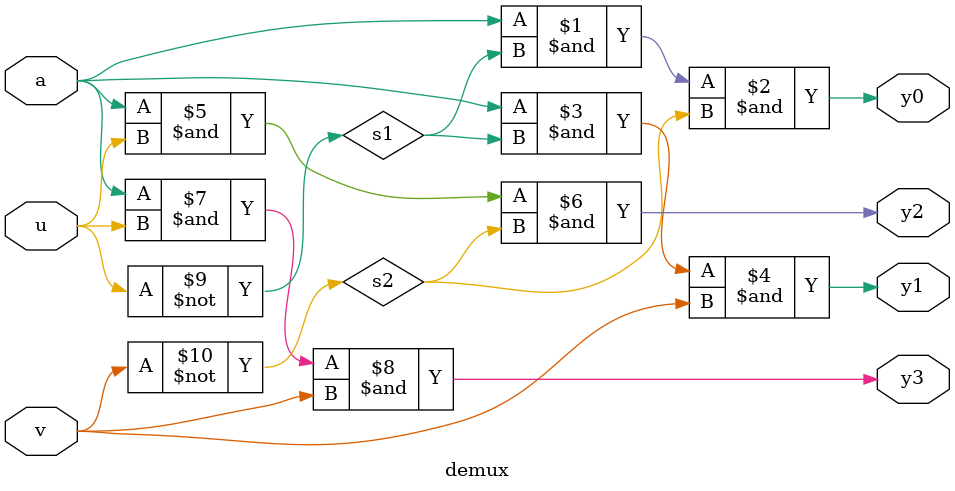
<source format=v>
module demux(a,u,v,y0,y1,y2,y3);
input a,u,v;
wire s1,s2;
output y0,y1,y2,y3;

not(s1,u);
not(s2,v);
and(y0,a,s1,s2);
and(y1,a,s1,v);
and(y2,a,u,s2);
and(y3,a,u,v);
 

initial 
	begin
		$display ("this is 1x4 DeMux");
	end
endmodule

</source>
